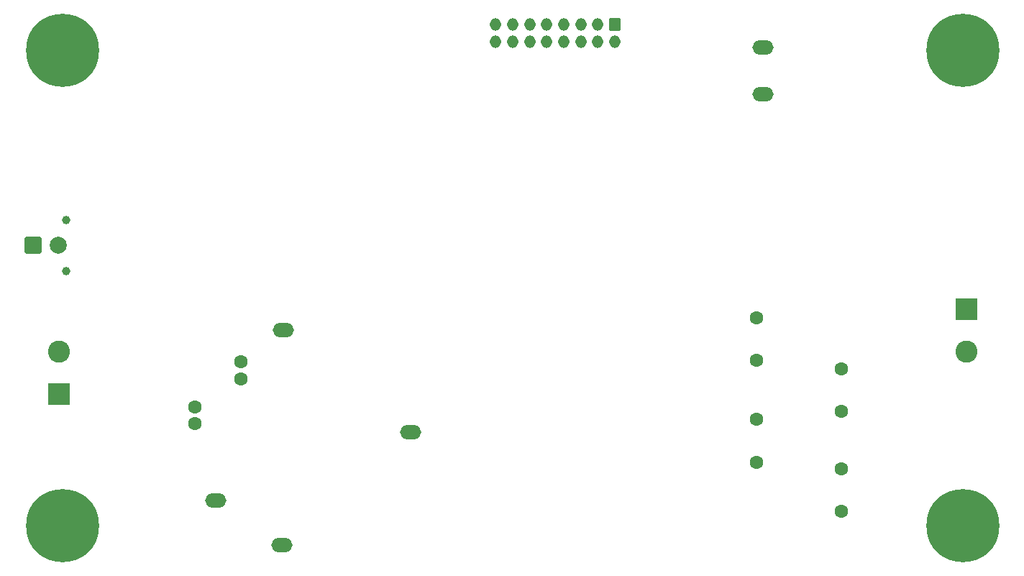
<source format=gbr>
%TF.GenerationSoftware,KiCad,Pcbnew,8.0.4*%
%TF.CreationDate,2024-08-07T19:09:06+02:00*%
%TF.ProjectId,ELE0124CL_power_buck,454c4530-3132-4344-934c-5f706f776572,1.0*%
%TF.SameCoordinates,Original*%
%TF.FileFunction,Soldermask,Bot*%
%TF.FilePolarity,Negative*%
%FSLAX46Y46*%
G04 Gerber Fmt 4.6, Leading zero omitted, Abs format (unit mm)*
G04 Created by KiCad (PCBNEW 8.0.4) date 2024-08-07 19:09:06*
%MOMM*%
%LPD*%
G01*
G04 APERTURE LIST*
G04 Aperture macros list*
%AMRoundRect*
0 Rectangle with rounded corners*
0 $1 Rounding radius*
0 $2 $3 $4 $5 $6 $7 $8 $9 X,Y pos of 4 corners*
0 Add a 4 corners polygon primitive as box body*
4,1,4,$2,$3,$4,$5,$6,$7,$8,$9,$2,$3,0*
0 Add four circle primitives for the rounded corners*
1,1,$1+$1,$2,$3*
1,1,$1+$1,$4,$5*
1,1,$1+$1,$6,$7*
1,1,$1+$1,$8,$9*
0 Add four rect primitives between the rounded corners*
20,1,$1+$1,$2,$3,$4,$5,0*
20,1,$1+$1,$4,$5,$6,$7,0*
20,1,$1+$1,$6,$7,$8,$9,0*
20,1,$1+$1,$8,$9,$2,$3,0*%
G04 Aperture macros list end*
%ADD10C,1.600000*%
%ADD11C,1.200000*%
%ADD12C,8.600000*%
%ADD13RoundRect,0.050000X-1.250000X1.250000X-1.250000X-1.250000X1.250000X-1.250000X1.250000X1.250000X0*%
%ADD14C,2.600000*%
%ADD15O,2.500000X1.700000*%
%ADD16C,1.000000*%
%ADD17RoundRect,0.200000X0.800000X-0.800000X0.800000X0.800000X-0.800000X0.800000X-0.800000X-0.800000X0*%
%ADD18C,2.000000*%
%ADD19RoundRect,0.043333X-0.606667X0.706667X-0.606667X-0.706667X0.606667X-0.706667X0.606667X0.706667X0*%
%ADD20O,1.300000X1.500000*%
%ADD21RoundRect,0.050000X1.250000X-1.250000X1.250000X1.250000X-1.250000X1.250000X-1.250000X-1.250000X0*%
G04 APERTURE END LIST*
D10*
%TO.C,C2*%
X92600000Y-109000000D03*
X92600000Y-111000000D03*
%TD*%
D11*
%TO.C,REF\u002A\u002A*%
X179775000Y-123000000D03*
X180719581Y-120719581D03*
X180719581Y-125280419D03*
X183000000Y-119775000D03*
D12*
X183000000Y-123000000D03*
D11*
X183000000Y-126225000D03*
X185280419Y-120719581D03*
X185280419Y-125280419D03*
X186225000Y-123000000D03*
%TD*%
D13*
%TO.C,J3*%
X183400000Y-97500000D03*
D14*
X183400000Y-102500000D03*
%TD*%
D15*
%TO.C,TP6*%
X102800000Y-125300000D03*
%TD*%
D16*
%TO.C,J1*%
X77440000Y-93000000D03*
X77440000Y-87000000D03*
D17*
X73500000Y-90000000D03*
D18*
X76500000Y-90000000D03*
%TD*%
D15*
%TO.C,TP5*%
X103000000Y-100000000D03*
%TD*%
D10*
%TO.C,C1*%
X98000000Y-105700000D03*
X98000000Y-103700000D03*
%TD*%
D11*
%TO.C,REF\u002A\u002A*%
X73775000Y-67000000D03*
X74719581Y-64719581D03*
X74719581Y-69280419D03*
X77000000Y-63775000D03*
D12*
X77000000Y-67000000D03*
D11*
X77000000Y-70225000D03*
X79280419Y-64719581D03*
X79280419Y-69280419D03*
X80225000Y-67000000D03*
%TD*%
D15*
%TO.C,TP7*%
X118000000Y-112000000D03*
%TD*%
%TO.C,TP8*%
X95000000Y-120000000D03*
%TD*%
D10*
%TO.C,C8*%
X168700000Y-116300000D03*
X168700000Y-121300000D03*
%TD*%
D19*
%TO.C,J4*%
X142000000Y-64000000D03*
D20*
X142000000Y-66000000D03*
X140000000Y-64000000D03*
X140000000Y-66000000D03*
X138000000Y-64000000D03*
X138000000Y-66000000D03*
X136000000Y-64000000D03*
X136000000Y-66000000D03*
X134000000Y-64000000D03*
X134000000Y-66000000D03*
X132000000Y-64000000D03*
X132000000Y-66000000D03*
X130000000Y-64000000D03*
X130000000Y-66000000D03*
X128000000Y-64000000D03*
X128000000Y-66000000D03*
%TD*%
D10*
%TO.C,C11*%
X158700000Y-110500000D03*
X158700000Y-115500000D03*
%TD*%
%TO.C,C7*%
X158700000Y-98500000D03*
X158700000Y-103500000D03*
%TD*%
D15*
%TO.C,TP1*%
X159500000Y-66700000D03*
%TD*%
D21*
%TO.C,J2*%
X76600000Y-107500000D03*
D14*
X76600000Y-102500000D03*
%TD*%
D11*
%TO.C,REF\u002A\u002A*%
X73775000Y-123000000D03*
X74719581Y-120719581D03*
X74719581Y-125280419D03*
X77000000Y-119775000D03*
D12*
X77000000Y-123000000D03*
D11*
X77000000Y-126225000D03*
X79280419Y-120719581D03*
X79280419Y-125280419D03*
X80225000Y-123000000D03*
%TD*%
%TO.C,REF\u002A\u002A*%
X179775000Y-67000000D03*
X180719581Y-64719581D03*
X180719581Y-69280419D03*
X183000000Y-63775000D03*
D12*
X183000000Y-67000000D03*
D11*
X183000000Y-70225000D03*
X185280419Y-64719581D03*
X185280419Y-69280419D03*
X186225000Y-67000000D03*
%TD*%
D15*
%TO.C,TP13*%
X159500000Y-72200000D03*
%TD*%
D10*
%TO.C,C9*%
X168700000Y-104500000D03*
X168700000Y-109500000D03*
%TD*%
M02*

</source>
